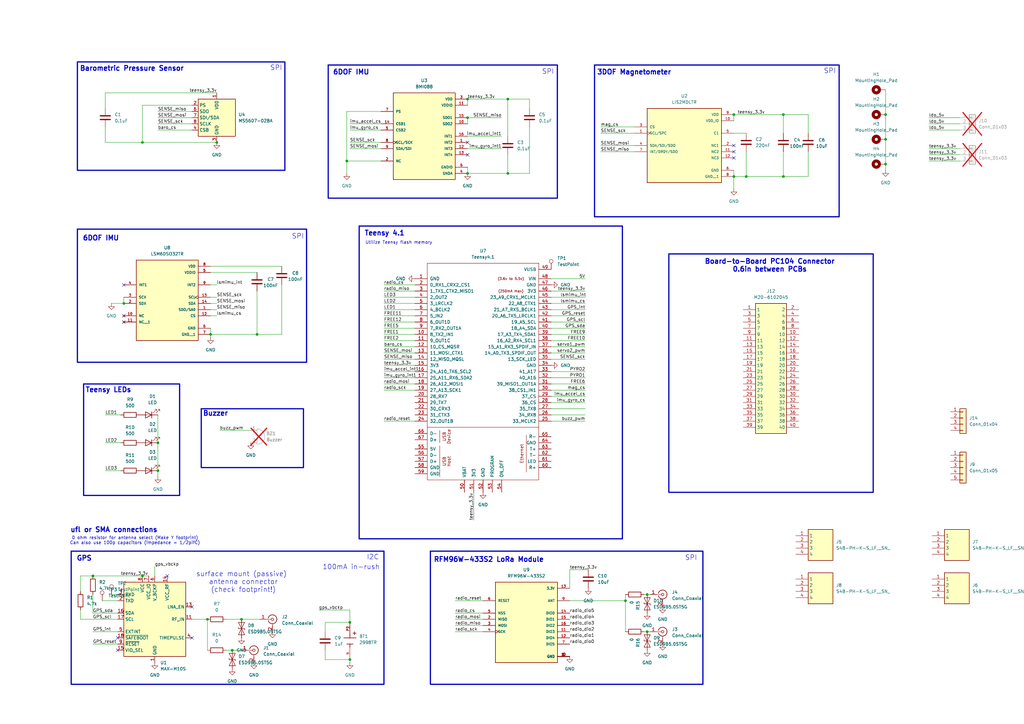
<source format=kicad_sch>
(kicad_sch (version 20250114) (generator "eeschema") (generator_version "9.0")
  (paper "A3")
  (rectangle (start 147.32 92.71) (end 255.27 220.98) (stroke (width 0.5)))
  (rectangle (start 433.07 71.12) (end 577.85 254) (stroke (width 0.5)))
  (rectangle (start 134.62 26.67) (end 228.6 81.28) (stroke (width 0.5)))
  (rectangle (start 34.29 157.48) (end 73.66 203.2) (stroke (width 0.5)))
  (rectangle (start 176.53 226.06) (end 288.29 280.67) (stroke (width 0.5)))
  (rectangle (start 31.75 93.98) (end 125.73 148.59) (stroke (width 0.5)))
  (rectangle (start 483.87 199.39) (end 575.31 243.84) (stroke (width 0.5)))
  (rectangle (start 274.32 104.14) (end 358.14 201.93) (stroke (width 0.5)))
  (rectangle (start 82.55 167.64) (end 124.46 191.77) (stroke (width 0.5)))
  (rectangle (start 31.75 25.4) (end 116.84 69.85) (stroke (width 0.5)))
  (rectangle (start 243.84 26.67) (end 344.17 88.9) (stroke (width 0.5)))
  (rectangle (start 535.94 146.05) (end 575.31 191.77) (stroke (width 0.5)))
  (rectangle (start 29.21 226.06) (end 157.48 280.67) (stroke (width 0.5)))
  (text "Board-to-Board PC104 Connector\n0.6in between PCBs" (at 315.722 108.966 0) (effects (font (size 2 2) (thickness 0.4) (bold yes))))
  (text "SPI" (at 340.36 29.21 0) (effects (font (size 2 2))))
  (text "SPI" (at 283.464 228.854 0) (effects (font (size 2 2))))
  (text "ESP32 LEDs" (at 546.1 148.59 0) (effects (font (size 2 2) (thickness 0.4) (bold yes))))
  (text "SPI" (at 122.174 97.028 0) (effects (font (size 2 2))))
  (text "Breakout Connector" (at 499.872 206.756 0) (effects (font (size 2 2) (thickness 0.4) (bold yes))))
  (text "I2C" (at 152.908 228.6 0) (effects (font (size 2 2))))
  (text "6DOF IMU" (at 144.018 29.718 0) (effects (font (size 2 2) (thickness 0.4) (bold yes))))
  (text "Adafruit SPI Flash SD Card - XTSD 4 GB" (at 516.89 202.946 0) (effects (font (size 2 2) (thickness 0.4) (bold yes))))
  (text "3DOF Magnetometer\n" (at 260.096 29.718 0) (effects (font (size 2 2) (thickness 0.4) (bold yes))))
  (text "surface mount (passive) \nantenna connector\n(check footprint!)\n" (at 99.822 238.76 0) (effects (font (size 2 2))))
  (text "Barometric Pressure Sensor\n" (at 54.102 28.194 0) (effects (font (size 2 2) (thickness 0.4) (bold yes))))
  (text "RFM96W-433S2 LoRa Module" (at 177.8 229.616 0) (effects (font (size 2 2) (thickness 0.4) (bold yes)) (justify left)))
  (text "GPS" (at 34.544 229.108 0) (effects (font (size 2 2) (thickness 0.4) (bold yes))))
  (text "100mA in-rush" (at 144.018 232.664 0) (effects (font (size 2 2))))
  (text "ESP32 [EXCLUDED FROM BOARD]" (at 459.74 74.422 0) (effects (font (size 2 2) (thickness 0.4) (bold yes))))
  (text "SPI" (at 224.79 29.464 0) (effects (font (size 2 2))))
  (text "6DOF IMU" (at 41.402 97.79 0) (effects (font (size 2 2) (thickness 0.4) (bold yes))))
  (text "SPI" (at 113.284 27.94 0) (effects (font (size 2 2))))
  (text "Teensy 4.1" (at 157.734 95.758 0) (effects (font (size 2 2) (thickness 0.4) (bold yes))))
  (text "Buzzer" (at 88.392 169.672 0) (effects (font (size 2 2) (thickness 0.4) (bold yes))))
  (text "Utilize Teensy flash memory" (at 163.576 99.568 0) (effects (font (size 1.27 1.27))))
  (text "ufl or SMA connections" (at 46.736 217.424 0) (effects (font (size 2 2) (thickness 0.4) (bold yes))))
  (text "0 ohm resistor for antenna select (Make Y footprint)\nCan also use 100p capacitors (impedance = 1/2pifC)" (at 55.372 221.742 0) (effects (font (size 1.27 1.27) (thickness 0.1588))))
  (text "Teensy LEDs" (at 44.45 160.02 0) (effects (font (size 2 2) (thickness 0.4) (bold yes))))
  (junction (at 191.77 48.26))
  (junction (at 143.51 270.51))
  (junction (at 105.41 137.16))
  (junction (at 265.43 259.08))
  (junction (at 85.09 254))
  (junction (at 566.42 170.18))
  (junction (at 191.77 40.64))
  (junction (at 58.42 236.22))
  (junction (at 38.1 236.22))
  (junction (at 50.8 124.46))
  (junction (at 95.25 266.7))
  (junction (at 306.07 72.39))
  (junction (at 321.31 72.39))
  (junction (at 321.31 46.99))
  (junction (at 208.28 71.12))
  (junction (at 191.77 71.12))
  (junction (at 142.24 66.04))
  (junction (at 363.22 67.31))
  (junction (at 64.77 193.04))
  (junction (at 363.22 46.99))
  (junction (at 99.06 254))
  (junction (at 208.28 40.64))
  (junction (at 265.43 243.84))
  (junction (at 256.54 246.38))
  (junction (at 300.99 46.99))
  (junction (at 143.51 255.27))
  (junction (at 64.77 181.61))
  (junction (at 363.22 57.15))
  (junction (at 300.99 72.39))
  (junction (at 566.42 181.61))
  (junction (at 88.9 58.42))
  (junction (at 58.42 58.42))
  (junction (at 86.36 137.16))
  (no_connect (at 50.8 116.84))
  (no_connect (at 191.77 63.5))
  (no_connect (at 48.26 261.62))
  (no_connect (at 50.8 132.08))
  (no_connect (at 78.74 261.62))
  (no_connect (at 191.77 58.42))
  (no_connect (at 68.58 236.22))
  (no_connect (at 300.99 64.77))
  (no_connect (at 78.74 248.92))
  (no_connect (at 300.99 62.23))
  (no_connect (at 48.26 266.7))
  (no_connect (at 50.8 129.54))
  (no_connect (at 300.99 59.69))
  (wire (pts (xy 321.31 46.99) (xy 300.99 46.99)))
  (wire (pts (xy 547.37 226.06) (xy 562.61 226.06)))
  (wire (pts (xy 157.48 142.24) (xy 170.18 142.24)))
  (wire (pts (xy 191.77 48.26) (xy 191.77 50.8)))
  (wire (pts (xy 381 60.96) (xy 393.7 60.96)))
  (wire (pts (xy 105.41 137.16) (xy 86.36 137.16)))
  (wire (pts (xy 226.06 121.92) (xy 240.03 121.92)))
  (wire (pts (xy 64.77 50.8) (xy 78.74 50.8)))
  (wire (pts (xy 157.48 132.08) (xy 170.18 132.08)))
  (wire (pts (xy 544.83 181.61) (xy 551.18 181.61)))
  (wire (pts (xy 226.06 139.7) (xy 240.03 139.7)))
  (wire (pts (xy 157.48 134.62) (xy 170.18 134.62)))
  (wire (pts (xy 90.17 176.53) (xy 102.87 176.53)))
  (wire (pts (xy 194.31 201.93) (xy 194.31 213.36)))
  (wire (pts (xy 99.06 254) (xy 106.68 254)))
  (wire (pts (xy 240.03 162.56) (xy 226.06 162.56)))
  (wire (pts (xy 381 48.26) (xy 393.7 48.26)))
  (wire (pts (xy 226.06 142.24) (xy 240.03 142.24)))
  (wire (pts (xy 41.91 246.38) (xy 48.26 246.38)))
  (wire (pts (xy 544.83 158.75) (xy 551.18 158.75)))
  (wire (pts (xy 486.41 226.06) (xy 504.19 226.06)))
  (wire (pts (xy 501.65 138.43) (xy 496.57 138.43)))
  (wire (pts (xy 143.51 271.78) (xy 143.51 270.51)))
  (wire (pts (xy 143.51 60.96) (xy 156.21 60.96)))
  (wire (pts (xy 191.77 68.58) (xy 191.77 71.12)))
  (wire (pts (xy 38.1 264.16) (xy 48.26 264.16)))
  (wire (pts (xy 226.06 152.4) (xy 240.03 152.4)))
  (wire (pts (xy 501.65 123.19) (xy 496.57 123.19)))
  (wire (pts (xy 58.42 236.22) (xy 60.96 236.22)))
  (wire (pts (xy 58.42 43.18) (xy 58.42 58.42)))
  (wire (pts (xy 143.51 250.19) (xy 143.51 255.27)))
  (wire (pts (xy 453.39 138.43) (xy 466.09 138.43)))
  (wire (pts (xy 86.36 109.22) (xy 115.57 109.22)))
  (wire (pts (xy 157.48 129.54) (xy 170.18 129.54)))
  (wire (pts (xy 265.43 259.08) (xy 264.16 259.08)))
  (wire (pts (xy 33.02 254) (xy 48.26 254)))
  (wire (pts (xy 226.06 137.16) (xy 240.03 137.16)))
  (wire (pts (xy 43.18 58.42) (xy 58.42 58.42)))
  (wire (pts (xy 266.7 259.08) (xy 265.43 259.08)))
  (wire (pts (xy 186.69 251.46) (xy 198.12 251.46)))
  (wire (pts (xy 86.36 138.43) (xy 86.36 137.16)))
  (wire (pts (xy 43.18 38.1) (xy 88.9 38.1)))
  (wire (pts (xy 38.1 243.84) (xy 38.1 251.46)))
  (wire (pts (xy 43.18 170.18) (xy 49.53 170.18)))
  (wire (pts (xy 33.02 242.57) (xy 33.02 236.22)))
  (wire (pts (xy 191.77 40.64) (xy 208.28 40.64)))
  (wire (pts (xy 246.38 52.07) (xy 260.35 52.07)))
  (wire (pts (xy 133.35 266.7) (xy 133.35 270.51)))
  (wire (pts (xy 453.39 135.89) (xy 466.09 135.89)))
  (wire (pts (xy 186.69 254) (xy 198.12 254)))
  (wire (pts (xy 142.24 71.12) (xy 142.24 66.04)))
  (wire (pts (xy 205.74 48.26) (xy 191.77 48.26)))
  (wire (pts (xy 38.1 251.46) (xy 48.26 251.46)))
  (wire (pts (xy 133.35 255.27) (xy 133.35 259.08)))
  (wire (pts (xy 43.18 58.42) (xy 43.18 52.07)))
  (wire (pts (xy 306.07 62.23) (xy 306.07 72.39)))
  (wire (pts (xy 226.06 134.62) (xy 240.03 134.62)))
  (wire (pts (xy 85.09 266.7) (xy 85.09 254)))
  (wire (pts (xy 256.54 246.38) (xy 256.54 259.08)))
  (wire (pts (xy 130.81 250.19) (xy 143.51 250.19)))
  (wire (pts (xy 246.38 54.61) (xy 260.35 54.61)))
  (wire (pts (xy 501.65 140.97) (xy 496.57 140.97)))
  (wire (pts (xy 246.38 62.23) (xy 260.35 62.23)))
  (wire (pts (xy 256.54 243.84) (xy 256.54 246.38)))
  (wire (pts (xy 92.71 254) (xy 99.06 254)))
  (wire (pts (xy 381 50.8) (xy 393.7 50.8)))
  (wire (pts (xy 142.24 66.04) (xy 156.21 66.04)))
  (wire (pts (xy 157.48 172.72) (xy 170.18 172.72)))
  (wire (pts (xy 33.02 236.22) (xy 38.1 236.22)))
  (wire (pts (xy 226.06 129.54) (xy 240.03 129.54)))
  (wire (pts (xy 45.72 243.84) (xy 48.26 243.84)))
  (wire (pts (xy 143.51 58.42) (xy 156.21 58.42)))
  (wire (pts (xy 486.41 222.25) (xy 497.84 222.25)))
  (wire (pts (xy 381 53.34) (xy 393.7 53.34)))
  (wire (pts (xy 453.39 133.35) (xy 466.09 133.35)))
  (wire (pts (xy 208.28 40.64) (xy 208.28 55.88)))
  (wire (pts (xy 157.48 127) (xy 170.18 127)))
  (wire (pts (xy 86.36 127) (xy 88.9 127)))
  (wire (pts (xy 43.18 181.61) (xy 49.53 181.61)))
  (wire (pts (xy 143.51 50.8) (xy 156.21 50.8)))
  (wire (pts (xy 217.17 71.12) (xy 208.28 71.12)))
  (wire (pts (xy 43.18 38.1) (xy 43.18 44.45)))
  (wire (pts (xy 142.24 45.72) (xy 142.24 66.04)))
  (wire (pts (xy 157.48 137.16) (xy 170.18 137.16)))
  (wire (pts (xy 217.17 40.64) (xy 217.17 44.45)))
  (wire (pts (xy 86.36 116.84) (xy 88.9 116.84)))
  (wire (pts (xy 86.36 134.62) (xy 86.36 137.16)))
  (wire (pts (xy 157.48 157.48) (xy 170.18 157.48)))
  (wire (pts (xy 505.46 222.25) (xy 524.51 222.25)))
  (wire (pts (xy 157.48 116.84) (xy 170.18 116.84)))
  (wire (pts (xy 38.1 259.08) (xy 48.26 259.08)))
  (wire (pts (xy 306.07 72.39) (xy 300.99 72.39)))
  (wire (pts (xy 486.41 229.87) (xy 510.54 229.87)))
  (wire (pts (xy 50.8 121.92) (xy 50.8 124.46)))
  (wire (pts (xy 226.06 124.46) (xy 240.03 124.46)))
  (wire (pts (xy 226.06 157.48) (xy 240.03 157.48)))
  (wire (pts (xy 157.48 154.94) (xy 170.18 154.94)))
  (wire (pts (xy 300.99 54.61) (xy 306.07 54.61)))
  (wire (pts (xy 157.48 139.7) (xy 170.18 139.7)))
  (wire (pts (xy 86.36 111.76) (xy 105.41 111.76)))
  (wire (pts (xy 363.22 57.15) (xy 363.22 67.31)))
  (wire (pts (xy 501.65 128.27) (xy 496.57 128.27)))
  (wire (pts (xy 226.06 119.38) (xy 240.03 119.38)))
  (wire (pts (xy 547.37 218.44) (xy 562.61 218.44)))
  (wire (pts (xy 226.06 132.08) (xy 240.03 132.08)))
  (wire (pts (xy 105.41 119.38) (xy 105.41 137.16)))
  (wire (pts (xy 300.99 46.99) (xy 300.99 49.53)))
  (wire (pts (xy 133.35 270.51) (xy 143.51 270.51)))
  (wire (pts (xy 566.42 170.18) (xy 566.42 181.61)))
  (wire (pts (xy 92.71 266.7) (xy 95.25 266.7)))
  (wire (pts (xy 233.68 233.68) (xy 241.3 233.68)))
  (wire (pts (xy 381 66.04) (xy 393.7 66.04)))
  (wire (pts (xy 566.42 158.75) (xy 566.42 170.18)))
  (wire (pts (xy 86.36 124.46) (xy 88.9 124.46)))
  (wire (pts (xy 300.99 72.39) (xy 300.99 77.47)))
  (wire (pts (xy 58.42 58.42) (xy 88.9 58.42)))
  (wire (pts (xy 86.36 129.54) (xy 88.9 129.54)))
  (wire (pts (xy 331.47 46.99) (xy 321.31 46.99)))
  (wire (pts (xy 63.5 232.41) (xy 63.5 236.22)))
  (wire (pts (xy 157.48 152.4) (xy 170.18 152.4)))
  (wire (pts (xy 208.28 71.12) (xy 191.77 71.12)))
  (wire (pts (xy 363.22 69.85) (xy 363.22 67.31)))
  (wire (pts (xy 511.81 226.06) (xy 524.51 226.06)))
  (wire (pts (xy 363.22 46.99) (xy 363.22 57.15)))
  (wire (pts (xy 205.74 55.88) (xy 191.77 55.88)))
  (wire (pts (xy 226.06 172.72) (xy 240.03 172.72)))
  (wire (pts (xy 453.39 140.97) (xy 466.09 140.97)))
  (wire (pts (xy 64.77 181.61) (xy 64.77 193.04)))
  (wire (pts (xy 226.06 114.3) (xy 240.03 114.3)))
  (wire (pts (xy 157.48 144.78) (xy 170.18 144.78)))
  (wire (pts (xy 547.37 223.52) (xy 562.61 223.52)))
  (wire (pts (xy 226.06 127) (xy 240.03 127)))
  (wire (pts (xy 363.22 36.83) (xy 363.22 46.99)))
  (wire (pts (xy 266.7 243.84) (xy 265.43 243.84)))
  (wire (pts (xy 157.48 124.46) (xy 170.18 124.46)))
  (wire (pts (xy 208.28 40.64) (xy 217.17 40.64)))
  (wire (pts (xy 157.48 147.32) (xy 170.18 147.32)))
  (wire (pts (xy 156.21 45.72) (xy 142.24 45.72)))
  (wire (pts (xy 233.68 233.68) (xy 233.68 241.3)))
  (wire (pts (xy 38.1 236.22) (xy 58.42 236.22)))
  (wire (pts (xy 501.65 133.35) (xy 496.57 133.35)))
  (wire (pts (xy 321.31 72.39) (xy 331.47 72.39)))
  (wire (pts (xy 501.65 135.89) (xy 496.57 135.89)))
  (wire (pts (xy 205.74 60.96) (xy 191.77 60.96)))
  (wire (pts (xy 64.77 48.26) (xy 78.74 48.26)))
  (wire (pts (xy 321.31 62.23) (xy 321.31 72.39)))
  (wire (pts (xy 186.69 246.38) (xy 198.12 246.38)))
  (wire (pts (xy 306.07 72.39) (xy 321.31 72.39)))
  (wire (pts (xy 157.48 149.86) (xy 170.18 149.86)))
  (wire (pts (xy 486.41 233.68) (xy 516.89 233.68)))
  (wire (pts (xy 226.06 170.18) (xy 240.03 170.18)))
  (wire (pts (xy 133.35 255.27) (xy 143.51 255.27)))
  (wire (pts (xy 191.77 40.64) (xy 191.77 43.18)))
  (wire (pts (xy 157.48 119.38) (xy 170.18 119.38)))
  (wire (pts (xy 45.72 124.46) (xy 50.8 124.46)))
  (wire (pts (xy 86.36 121.92) (xy 88.9 121.92)))
  (wire (pts (xy 381 63.5) (xy 393.7 63.5)))
  (wire (pts (xy 331.47 62.23) (xy 331.47 72.39)))
  (wire (pts (xy 226.06 154.94) (xy 240.03 154.94)))
  (wire (pts (xy 321.31 46.99) (xy 321.31 54.61)))
  (wire (pts (xy 544.83 170.18) (xy 551.18 170.18)))
  (wire (pts (xy 64.77 53.34) (xy 78.74 53.34)))
  (wire (pts (xy 501.65 120.65) (xy 496.57 120.65)))
  (wire (pts (xy 547.37 220.98) (xy 562.61 220.98)))
  (wire (pts (xy 186.69 259.08) (xy 198.12 259.08)))
  (wire (pts (xy 64.77 45.72) (xy 78.74 45.72)))
  (wire (pts (xy 265.43 243.84) (xy 264.16 243.84)))
  (wire (pts (xy 501.65 130.81) (xy 496.57 130.81)))
  (wire (pts (xy 186.69 256.54) (xy 198.12 256.54)))
  (wire (pts (xy 542.29 228.6) (xy 562.61 228.6)))
  (wire (pts (xy 217.17 52.07) (xy 217.17 71.12)))
  (wire (pts (xy 157.48 160.02) (xy 170.18 160.02)))
  (wire (pts (xy 501.65 125.73) (xy 496.57 125.73)))
  (wire (pts (xy 33.02 250.19) (xy 33.02 254)))
  (wire (pts (xy 78.74 43.18) (xy 58.42 43.18)))
  (wire (pts (xy 157.48 121.92) (xy 170.18 121.92)))
  (wire (pts (xy 246.38 59.69) (xy 260.35 59.69)))
  (wire (pts (xy 64.77 193.04) (xy 64.77 195.58)))
  (wire (pts (xy 240.03 165.1) (xy 226.06 165.1)))
  (wire (pts (xy 95.25 266.7) (xy 99.06 266.7)))
  (wire (pts (xy 143.51 53.34) (xy 156.21 53.34)))
  (wire (pts (xy 518.16 229.87) (xy 524.51 229.87)))
  (wire (pts (xy 233.68 246.38) (xy 256.54 246.38)))
  (wire (pts (xy 300.99 69.85) (xy 300.99 72.39)))
  (wire (pts (xy 240.03 147.32) (xy 226.06 147.32)))
  (wire (pts (xy 115.57 137.16) (xy 105.41 137.16)))
  (wire (pts (xy 208.28 63.5) (xy 208.28 71.12)))
  (wire (pts (xy 226.06 160.02) (xy 240.03 160.02)))
  (wire (pts (xy 43.18 193.04) (xy 49.53 193.04)))
  (wire (pts (xy 566.42 181.61) (xy 566.42 184.15)))
  (wire (pts (xy 226.06 144.78) (xy 240.03 144.78)))
  (wire (pts (xy 547.37 231.14) (xy 562.61 231.14)))
  (wire (pts (xy 64.77 170.18) (xy 64.77 181.61)))
  (wire (pts (xy 226.06 167.64) (xy 240.03 167.64)))
  (wire (pts (xy 78.74 254) (xy 85.09 254)))
  (wire (pts (xy 331.47 46.99) (xy 331.47 54.61)))
  (wire (pts (xy 115.57 116.84) (xy 115.57 137.16)))
  (label "gps_vbckp" (at 130.81 250.19 0))
  (label "SENSE_mosi" (at 246.38 59.69 0))
  (label "sd_cs" (at 453.39 133.35 0))
  (label "radio_dio0" (at 233.68 264.16 0))
  (label "imu_accel_cs" (at 240.03 162.56 180))
  (label "GPS_int" (at 240.03 127 180))
  (label "SENSE_miso" (at 88.9 127 0))
  (label "radio_cs" (at 501.65 130.81 0))
  (label "FREE10" (at 240.03 139.7 180))
  (label "sd_miso" (at 547.37 223.52 0))
  (label "teensy_3.3v" (at 313.69 46.99 180))
  (label "imu_accel_cs" (at 143.51 50.8 0))
  (label "LED1" (at 157.48 127 0))
  (label "mag_cs" (at 246.38 52.07 0))
  (label "ldo_5v" (at 381 50.8 0))
  (label "GPS_sda" (at 38.1 251.46 0))
  (label "gps_vbckp" (at 63.5 232.41 0))
  (label "teensy_3.3v" (at 157.48 149.86 0))
  (label "radio_mosi" (at 501.65 125.73 0))
  (label "LED4" (at 544.83 158.75 0))
  (label "imu_accel_int1" (at 157.48 152.4 0))
  (label "sd_cs" (at 524.51 222.25 0))
  (label "radio_miso" (at 501.65 123.19 0))
  (label "LED2" (at 43.18 181.61 0))
  (label "radio_dio3" (at 233.68 256.54 0))
  (label "SENSE_miso" (at 205.74 48.26 180))
  (label "GPS_reset" (at 240.03 129.54 180))
  (label "SENSE_mosi" (at 88.9 124.46 0))
  (label "radio_dio1" (at 233.68 261.62 0))
  (label "SENSE_sck" (at 240.03 147.32 180))
  (label "sd_sck" (at 547.37 226.06 0))
  (label "imu_gyro_int1" (at 205.74 60.96 180))
  (label "GPS_scl" (at 38.1 254 0))
  (label "sd_mosi" (at 453.39 135.89 0))
  (label "5V" (at 240.03 114.3 180))
  (label "radio_reset" (at 501.65 120.65 0))
  (label "LED1" (at 43.18 170.18 0))
  (label "LED2" (at 157.48 124.46 0))
  (label "radio_cs" (at 486.41 222.25 0))
  (label "sd_mosi" (at 524.51 226.06 0))
  (label "ldo_5v" (at 381 53.34 0))
  (label "SENSE_miso" (at 246.38 62.23 0))
  (label "FREE9" (at 240.03 137.16 180))
  (label "teensy_3.3v" (at 49.53 236.22 0))
  (label "radio_cs" (at 157.48 116.84 0))
  (label "SENSE_sck" (at 143.51 58.42 0))
  (label "teensy_3.3v" (at 88.9 38.1 180))
  (label "sd_mosi" (at 547.37 220.98 0))
  (label "radio_reset" (at 157.48 172.72 0))
  (label "FREE12" (at 157.48 132.08 0))
  (label "SENSE_sck" (at 64.77 50.8 0))
  (label "teensy_3.3v" (at 240.03 119.38 180))
  (label "radio_sck" (at 501.65 128.27 0))
  (label "teensy_3.3v" (at 381 66.04 0))
  (label "lsmimu_int" (at 229.87 121.92 0))
  (label "teensy_3.3v" (at 233.68 233.68 0))
  (label "radio_cs" (at 186.69 251.46 0))
  (label "SENSE_mosi" (at 143.51 60.96 0))
  (label "sd_sck" (at 524.51 233.68 0))
  (label "LED3" (at 43.18 193.04 0))
  (label "LED3" (at 157.48 121.92 0))
  (label "imu_gyro_int1" (at 157.48 154.94 0))
  (label "FREE1" (at 157.48 137.16 0))
  (label "lsmimu_cs" (at 88.9 129.54 0))
  (label "teensy_3.3v" (at 194.31 213.36 90))
  (label "lsmimu_int" (at 88.9 116.84 0))
  (label "PYRO2" (at 240.03 152.4 180))
  (label "SENSE_mosi" (at 157.48 144.78 0))
  (label "sd_miso" (at 453.39 138.43 0))
  (label "GPS_sda" (at 240.03 134.62 180))
  (label "radio_reset" (at 186.69 246.38 0))
  (label "radio_miso" (at 157.48 119.38 0))
  (label "buzz_pwm" (at 90.17 176.53 0))
  (label "radio_mosi" (at 186.69 254 0))
  (label "SENSE_sck" (at 88.9 121.92 0))
  (label "radio_dio5" (at 233.68 251.46 0))
  (label "radio_dio5" (at 501.65 140.97 0))
  (label "baro_cs" (at 64.77 53.34 0))
  (label "radio_miso" (at 486.41 229.87 0))
  (label "lsmimu_cs" (at 229.87 124.46 0))
  (label "GPS_reset" (at 38.1 264.16 0))
  (label "ldo_5v" (at 381 48.26 0))
  (label "radio_sck" (at 186.69 259.08 0))
  (label "PYRO1" (at 240.03 154.94 180))
  (label "LED5" (at 544.83 170.18 0))
  (label "teensy_3.3v" (at 381 63.5 0))
  (label "SENSE_sck" (at 246.38 54.61 0))
  (label "teensy_3.3v" (at 381 60.96 0))
  (label "FREE6" (at 240.03 157.48 180))
  (label "SENSE_mosi" (at 64.77 48.26 0))
  (label "radio_mosi" (at 486.41 226.06 0))
  (label "radio_dio4" (at 233.68 254 0))
  (label "FREE11" (at 157.48 129.54 0))
  (label "servo1_pwm" (at 240.03 142.24 180))
  (label "radio_dio2" (at 233.68 259.08 0))
  (label "LED6" (at 544.83 181.61 0))
  (label "sd_miso" (at 524.51 229.87 0))
  (label "FREE2" (at 157.48 139.7 0))
  (label "radio_dio2" (at 501.65 138.43 0))
  (label "teensy_3.3v" (at 547.37 231.14 0))
  (label "GPS_scl" (at 240.03 132.08 180))
  (label "sd_cs" (at 547.37 218.44 0))
  (label "sd_sck" (at 453.39 140.97 0))
  (label "radio_dio1" (at 501.65 135.89 0))
  (label "servo2_pwm" (at 240.03 144.78 180))
  (label "radio_miso" (at 186.69 256.54 0))
  (label "radio_sck" (at 486.41 233.68 0))
  (label "imu_gyro_cs" (at 143.51 53.34 0))
  (label "radio_dio0" (at 501.65 133.35 0))
  (label "baro_cs" (at 157.48 142.24 0))
  (label "buzz_pwm" (at 240.03 172.72 180))
  (label "FREE5" (at 157.48 134.62 0))
  (label "GPS_int" (at 38.1 259.08 0))
  (label "mag_cs" (at 240.03 160.02 180))
  (label "SENSE_miso" (at 157.48 147.32 0))
  (label "imu_accel_int1" (at 205.74 55.88 180))
  (label "teensy_3.3v" (at 191.77 40.64 0))
  (label "imu_gyro_cs" (at 240.03 165.1 180))
  (label "radio_mosi" (at 157.48 157.48 0))
  (label "radio_sck" (at 157.48 160.02 0))
  (label "SENSE_miso" (at 64.77 45.72 0))
  (symbol (lib_id "Device:C") (at 133.35 262.89 0) (unit 1)
    (property "Reference" "C9" (at 137.16 261.6199 0) (effects (justify left)))
    (property "Value" "1uF" (at 137.16 264.1599 0) (effects (justify left)))
    (property "Footprint" "Capacitor_SMD:C_0603_1608Metric_Pad1.08x0.95mm_HandSolder" (effects (hide yes)))
    (property "Description" "Unpolarized capacitor" (effects (hide yes)))
  )
  (symbol (lib_id "Device:R") (at 88.9 266.7 270) (unit 1)
    (property "Reference" "R14" (at 88.9 260.35 90))
    (property "Value" "0" (at 88.9 262.89 90))
    (property "Footprint" "Resistor_SMD:R_0603_1608Metric_Pad0.98x0.95mm_HandSolder" (effects (hide yes)))
    (property "Description" "Resistor" (effects (hide yes)))
  )
  (symbol (lib_id "HPRsymbols:LSM6DSO32TR") (at 68.58 121.92 0) (unit 1)
    (property "Reference" "U8" (at 68.58 101.6 0))
    (property "Value" "LSM6DSO32TR" (at 68.58 104.14 0))
    (property "Footprint" "HPRfootprints:XDCR_LSM6DSO32TR" (effects (hide yes)))
    (property "PARTREV" "1" (effects (hide yes)))
    (property "STANDARD" "Manufacturer Recommendations" (effects (hide yes)))
    (property "MAXIMUM_PACKAGE_HEIGHT" "0.86mm" (effects (hide yes)))
    (property "MANUFACTURER" "STMicroelectronics" (effects (hide yes)))
  )
  (symbol (lib_id "Device:LED") (at 562.61 170.18 180) (unit 1) (on_board no)
    (property "Reference" "D5" (at 564.1975 162.56 0))
    (property "Value" "LED" (at 564.1975 165.1 0))
    (property "Footprint" "LED_SMD:LED_0603_1608Metric_Pad1.05x0.95mm_HandSolder" (effects (hide yes)))
    (property "Description" "Light emitting diode" (effects (hide yes)))
  )
  (symbol (lib_id "HPRsymbols:Teensy4.1") (at 198.12 168.91 0) (unit 1)
    (property "Reference" "U7" (at 198.12 102.87 0))
    (property "Value" "Teensy4.1" (at 198.12 105.41 0))
    (property "Footprint" "HPRfootprints:Teensy41" (effects (hide yes)))
  )
  (symbol (lib_id "power:GND") (at 191.77 71.12 0) (unit 1)
    (property "Reference" "#PWR04" (effects (hide yes)))
    (property "Value" "GND" (at 191.77 76.2 0))
    (property "Description" "Power symbol creates a global label with name \"GND\" , ground" (effects (hide yes)))
  )
  (symbol (lib_id "Device:R") (at 260.35 243.84 270) (unit 1)
    (property "Reference" "R15" (at 261.6201 246.38 0) (effects (justify left)))
    (property "Value" "0" (at 259.0801 246.38 0) (effects (justify left)))
    (property "Footprint" "Resistor_SMD:R_0603_1608Metric_Pad0.98x0.95mm_HandSolder" (effects (hide yes)))
    (property "Description" "Resistor" (effects (hide yes)))
  )
  (symbol (lib_id "Device:C") (at 115.57 113.03 0) (unit 1)
    (property "Reference" "C8" (at 121.158 112.014 0))
    (property "Value" "100nF" (at 121.158 114.554 0))
    (property "Footprint" "Capacitor_SMD:C_0402_1005Metric_Pad0.74x0.62mm_HandSolder" (effects (hide yes)))
    (property "Description" "Unpolarized capacitor, ceramic" (effects (hide yes)))
  )
  (symbol (lib_id "power:GND") (at 566.42 184.15 0) (unit 1) (on_board no)
    (property "Reference" "#PWR019" (effects (hide yes)))
    (property "Value" "GND" (at 566.42 189.23 0))
    (property "Description" "Power symbol creates a global label with name \"GND\" , ground" (effects (hide yes)))
  )
  (symbol (lib_id "Mechanical:MountingHole_Pad") (at 360.68 36.83 90) (unit 1) (exclude_from_sim yes) (in_bom no)
    (property "Reference" "H1" (at 359.41 30.48 90))
    (property "Value" "MountingHole_Pad" (at 359.41 33.02 90))
    (property "Footprint" "MountingHole:MountingHole_2.2mm_M2_DIN965_Pad" (effects (hide yes)))
    (property "Description" "Mounting Hole with connection" (effects (hide yes)))
  )
  (symbol (lib_id "Device:LED") (at 60.96 193.04 180) (unit 1)
    (property "Reference" "D3" (at 62.5475 185.42 0))
    (property "Value" "LED" (at 62.5475 187.96 0))
    (property "Footprint" "LED_SMD:LED_0603_1608Metric_Pad1.05x0.95mm_HandSolder" (effects (hide yes)))
    (property "Description" "Light emitting diode" (effects (hide yes)))
  )
  (symbol (lib_id "HPRsymbols:RFM96W-433S2") (at 215.9 254 0) (unit 1)
    (property "Reference" "U9" (at 215.9 233.68 0))
    (property "Value" "RFM96W-433S2" (at 215.9 236.22 0))
    (property "Footprint" "HPRfootprints:MODULE_RFM96W-433S2" (effects (hide yes)))
    (property "MF" "Hope Microelectronics" (effects (hide yes)))
    (property "MAXIMUM_PACKAGE_HEIGHT" "1.8mm" (effects (hide yes)))
    (property "Package" "None" (effects (hide yes)))
    (property "Price" "None" (effects (hide yes)))
    (property "Check_prices" "https://www.snapeda.com/parts/RFM96W-433S2/HOPE+Microelectronics/view-part/?ref=eda" (effects (hide yes)))
    (property "STANDARD" "Manufacturer Recommendations" (effects (hide yes)))
    (property "PARTREV" "2.0" (effects (hide yes)))
    (property "SnapEDA_Link" "https://www.snapeda.com/parts/RFM96W-433S2/HOPE+Microelectronics/view-part/?ref=snap" (effects (hide yes)))
    (property "MP" "RFM96W-433S2" (effects (hide yes)))
    (property "Description_1" "\n                        \n                            Module: RF; FM transceiver; FSK, GFSK, GMSK, LoRa, MSK, OOK; GPIO, SPI\n                        \n" (effects (hide yes)))
    (property "Availability" "Not in stock" (effects (hide yes)))
    (property "MANUFACTURER" "Hope Microelectronics" (effects (hide yes)))
  )
  (symbol (lib_id "power:GND") (at 102.87 181.61 0) (unit 1)
    (property "Reference" "#PWR027" (effects (hide yes)))
    (property "Value" "GND" (at 102.87 186.69 0))
    (property "Description" "Power symbol creates a global label with name \"GND\" , ground" (effects (hide yes)))
  )
  (symbol (lib_id "Device:LED") (at 60.96 170.18 180) (unit 1)
    (property "Reference" "D1" (at 62.5475 162.56 0))
    (property "Value" "LED" (at 62.5475 165.1 0))
    (property "Footprint" "LED_SMD:LED_0603_1608Metric_Pad1.05x0.95mm_HandSolder" (effects (hide yes)))
    (property "Description" "Light emitting diode" (effects (hide yes)))
  )
  (symbol (lib_id "power:GND") (at 265.43 251.46 0) (unit 1)
    (property "Reference" "#PWR023" (effects (hide yes)))
    (property "Value" "GND" (at 265.43 256.54 0))
    (property "Description" "Power symbol creates a global label with name \"GND\" , ground" (effects (hide yes)))
  )
  (symbol (lib_id "power:GND") (at 95.25 274.32 0) (unit 1)
    (property "Reference" "#PWR020" (effects (hide yes)))
    (property "Value" "GND" (at 95.25 279.4 0))
    (property "Description" "Power symbol creates a global label with name \"GND\" , ground" (effects (hide yes)))
  )
  (symbol (lib_id "Connector_Generic:Conn_01x07") (at 567.69 226.06 0) (unit 1) (on_board no) (dnp yes)
    (property "Reference" "J13" (at 570.23 224.7899 0) (effects (justify left)))
    (property "Value" "Conn_01x07" (at 570.23 227.3299 0) (effects (justify left)))
    (property "Footprint" "Connector_Molex:Molex_SL_171971-0007_1x07_P2.54mm_Vertical" (effects (hide yes)))
    (property "Description" "Generic connector, single row, 01x07, script generated (kicad-library-utils/schlib/autogen/connector/)" (effects (hide yes)))
  )
  (symbol (lib_id "Connector_Generic:Conn_01x05") (at 394.97 191.77 0) (unit 1)
    (property "Reference" "J9" (at 397.51 190.4999 0) (effects (justify left)))
    (property "Value" "Conn_01x05" (at 397.51 193.0399 0) (effects (justify left)))
    (property "Footprint" "Connector_PinHeader_2.54mm:PinHeader_1x05_P2.54mm_Vertical" (effects (hide yes)))
    (property "Description" "Generic connector, single row, 01x05, script generated (kicad-library-utils/schlib/autogen/connector/)" (effects (hide yes)))
  )
  (symbol (lib_id "power:GND") (at 233.68 269.24 0) (unit 1)
    (property "Reference" "#PWR011" (effects (hide yes)))
    (property "Value" "GND" (at 233.68 274.32 0))
    (property "Description" "Power symbol creates a global label with name \"GND\" , ground" (effects (hide yes)))
  )
  (symbol (lib_id "Device:C") (at 331.47 58.42 0) (unit 1)
    (property "Reference" "C6" (at 337.058 57.404 0))
    (property "Value" "10uF" (at 337.058 59.944 0))
    (property "Footprint" "Capacitor_SMD:C_0402_1005Metric_Pad0.74x0.62mm_HandSolder" (effects (hide yes)))
    (property "Description" "Unpolarized capacitor, aluminum" (effects (hide yes)))
  )
  (symbol (lib_id "Connector:Conn_Coaxial") (at 271.78 243.84 0) (unit 1)
    (property "Reference" "J4" (at 275.59 242.8631 0) (effects (justify left)))
    (property "Value" "Conn_Coaxial" (at 275.59 245.4031 0) (effects (justify left)))
    (property "Footprint" "Connector_Coaxial:SMA_Amphenol_132134-10_Vertical" (effects (hide yes)))
    (property "Description" "CONN SMA JACK STR 50 OHM PCB" (effects (hide yes)))
    (property "MPN" "132134" (effects (hide yes)))
    (property "Manufacturer" "Amphenol RF" (effects (hide yes)))
    (property "Package" "THT" (effects (hide yes)))
  )
  (symbol (lib_id "Device:C") (at 217.17 48.26 0) (unit 1)
    (property "Reference" "C5" (at 220.98 46.9899 0) (effects (justify left)))
    (property "Value" "0.1uF" (at 220.98 49.5299 0) (effects (justify left)))
    (property "Footprint" "Capacitor_SMD:C_0402_1005Metric_Pad0.74x0.62mm_HandSolder" (effects (hide yes)))
    (property "Description" "Unpolarized capacitor" (effects (hide yes)))
  )
  (symbol (lib_id "power:GND") (at 88.9 58.42 0) (unit 1)
    (property "Reference" "#PWR03" (effects (hide yes)))
    (property "Value" "GND" (at 88.9 63.5 0))
    (property "Description" "Power symbol creates a global label with name \"GND\" , ground" (effects (hide yes)))
  )
  (symbol (lib_id "Device:C") (at 105.41 115.57 0) (unit 1)
    (property "Reference" "C7" (at 110.998 114.554 0))
    (property "Value" "100nF" (at 110.998 117.094 0))
    (property "Footprint" "Capacitor_SMD:C_0402_1005Metric_Pad0.74x0.62mm_HandSolder" (effects (hide yes)))
    (property "Description" "Unpolarized capacitor, ceramic" (effects (hide yes)))
  )
  (symbol (lib_id "power:GND") (at 271.78 264.16 0) (unit 1)
    (property "Reference" "#PWR013" (effects (hide yes)))
    (property "Value" "GND" (at 271.78 269.24 0))
    (property "Description" "Power symbol creates a global label with name \"GND\" , ground" (effects (hide yes)))
  )
  (symbol (lib_id "HPRsymbols:BMI088") (at 173.99 55.88 0) (unit 1)
    (property "Reference" "U3" (at 173.99 33.02 0))
    (property "Value" "BMI088" (at 173.99 35.56 0))
    (property "Footprint" "HPRfootprints:PQFN50P450X300X100-16N" (effects (hide yes)))
    (property "Description" "Accelerometer, Gyroscope, 6 Axis Sensor I²C, SPI Output" (effects (hide yes)))
    (property "Manufacturer" "Bosch Sensortec" (effects (hide yes)))
    (property "Package" "16-VFLGA Module" (effects (hide yes)))
    (property "MPN" "BMI088" (effects (hide yes)))
  )
  (symbol (lib_id "Device:Buzzer") (at 105.41 179.07 0) (unit 1) (dnp yes)
    (property "Reference" "BZ1" (at 109.22 177.7999 0) (effects (justify left)))
    (property "Value" "Buzzer" (at 109.22 180.3399 0) (effects (justify left)))
    (property "Footprint" "Buzzer_Beeper:MagneticBuzzer_PUI_AT-0927-TT-6-R" (effects (hide yes)))
    (property "Description" "Buzzer, polarized" (effects (hide yes)))
    (property "MPN" "AT-0927-TT-6-R" (effects (hide yes)))
    (property "Package" "THT" (effects (hide yes)))
    (property "Manufacturer" "PUI Audio" (effects (hide yes)))
  )
  (symbol (lib_id "Device:LED") (at 562.61 158.75 180) (unit 1) (on_board no)
    (property "Reference" "D4" (at 564.1975 151.13 0))
    (property "Value" "LED" (at 564.1975 153.67 0))
    (property "Footprint" "LED_SMD:LED_0603_1608Metric_Pad1.05x0.95mm_HandSolder" (effects (hide yes)))
    (property "Description" "Light emitting diode" (effects (hide yes)))
  )
  (symbol (lib_id "power:GND") (at 300.99 77.47 0) (unit 1)
    (property "Reference" "#PWR05" (effects (hide yes)))
    (property "Value" "GND" (at 300.99 82.55 0))
    (property "Description" "Power symbol creates a global label with name \"GND\" , ground" (effects (hide yes)))
  )
  (symbol (lib_id "Connector:Conn_Coaxial") (at 271.78 259.08 0) (unit 1)
    (property "Reference" "J3" (at 275.59 258.1031 0) (effects (justify left)))
    (property "Value" "Conn_Coaxial" (at 275.59 260.6431 0) (effects (justify left)))
    (property "Footprint" "Connector_Coaxial:U.FL_Hirose_U.FL-R-SMT-1_Vertical" (effects (hide yes)))
    (property "Description" "coaxial connector (BNC, SMA, SMB, SMC, Cinch/RCA, LEMO, ...)" (effects (hide yes)))
  )
  (symbol (lib_id "Diode:ESD9B5.0ST5G") (at 99.06 257.81 90) (unit 1)
    (property "Reference" "D8" (at 101.6 256.5399 90) (effects (justify right)))
    (property "Value" "ESD9B5.0ST5G" (at 101.6 259.0799 90) (effects (justify right)))
    (property "Footprint" "Diode_SMD:D_SOD-923" (effects (hide yes)))
    (property "Datasheet" "https://www.onsemi.com/pub/Collateral/ESD9B-D.PDF" (effects (hide yes)))
    (property "Description" "ESD protection diode, 5.0Vrwm, SOD-923" (effects (hide yes)))
  )
  (symbol (lib_id "HPRlibrary:S4B-PH-K-S_LF__SN_") (at 326.39 219.71 0) (unit 1)
    (property "Reference" "J5" (at 342.9 222.2499 0) (effects (justify left)))
    (property "Value" "S4B-PH-K-S_LF__SN_" (at 342.9 224.7899 0) (effects (justify left)))
    (property "Footprint" "SHDRRA4W50P0X200_1X4_990X760X480P" (effects (hide yes)))
    (property "Datasheet" "https://datasheet.lcsc.com/szlcsc/JST-Sales-America-PHsocket-1-4P-Curved-needle-pitch2mm_C157926.pdf" (effects (hide yes)))
    (property "Description" "CONN HEADER R/A 4POS 2MM" (effects (hide yes)))
    (property "Height" "4.8" (effects (hide yes)))
    (property "Mouser Part Number" "N/A" (effects (hide yes)))
    (property "Mouser Price/Stock" "https://www.mouser.co.uk/ProductDetail/JST-Commercial/S4B-PH-K-SLFSN?qs=QpmGXVUTftEGA16rwNx4xw%3D%3D" (effects (hide yes)))
    (property "Manufacturer_Name" "JST (JAPAN SOLDERLESS TERMINALS)" (effects (hide yes)))
    (property "Manufacturer_Part_Number" "S4B-PH-K-S(LF)(SN)" (effects (hide yes)))
  )
  (symbol (lib_id "Device:R") (at 33.02 246.38 0) (unit 1)
    (property "Reference" "R1" (at 35.56 245.1099 0) (effects (justify left)))
    (property "Value" "4.7k" (at 35.56 247.6499 0) (effects (justify left)))
    (property "Footprint" "Resistor_SMD:R_0603_1608Metric_Pad0.98x0.95mm_HandSolder" (effects (hide yes)))
    (property "Description" "Resistor" (effects (hide yes)))
  )
  (symbol (lib_id "Device:R") (at 508 226.06 90) (unit 1) (on_board no) (dnp yes)
    (property "Reference" "R4" (at 508 219.71 90))
    (property "Value" "0" (at 508 222.25 90))
    (property "Footprint" "Resistor_SMD:R_0603_1608Metric_Pad0.98x0.95mm_HandSolder" (effects (hide yes)))
    (property "Description" "Resistor" (effects (hide yes)))
  )
  (symbol (lib_id "HPRlibrary:S4B-PH-K-S_LF__SN_") (at 382.27 219.71 0) (unit 1)
    (property "Reference" "J7" (at 398.78 222.2499 0) (effects (justify left)))
    (property "Value" "S4B-PH-K-S_LF__SN_" (at 398.78 224.7899 0) (effects (justify left)))
    (property "Footprint" "SHDRRA4W50P0X200_1X4_990X760X480P" (effects (hide yes)))
    (property "Datasheet" "https://datasheet.lcsc.com/szlcsc/JST-Sales-America-PHsocket-1-4P-Curved-needle-pitch2mm_C157926.pdf" (effects (hide yes)))
    (property "Description" "CONN HEADER R/A 4POS 2MM" (effects (hide yes)))
    (property "Height" "4.8" (effects (hide yes)))
    (property "Mouser Part Number" "N/A" (effects (hide yes)))
    (property "Mouser Price/Stock" "https://www.mouser.co.uk/ProductDetail/JST-Commercial/S4B-PH-K-SLFSN?qs=QpmGXVUTftEGA16rwNx4xw%3D%3D" (effects (hide yes)))
    (property "Manufacturer_Name" "JST (JAPAN SOLDERLESS TERMINALS)" (effects (hide yes)))
    (property "Manufacturer_Part_Number" "S4B-PH-K-S(LF)(SN)" (effects (hide yes)))
  )
  (symbol (lib_id "power:GND") (at 226.06 116.84 90) (unit 1)
    (property "Reference" "#PWR017" (effects (hide yes)))
    (property "Value" "GND" (at 229.87 116.8399 90) (effects (justify right)))
    (property "Description" "Power symbol creates a global label with name \"GND\" , ground" (effects (hide yes)))
  )
  (symbol (lib_id "power:GND") (at 63.5 271.78 0) (unit 1)
    (property "Reference" "#PWR02" (effects (hide yes)))
    (property "Value" "GND" (at 63.5 276.86 0))
    (property "Description" "Power symbol creates a global label with name \"GND\" , ground" (effects (hide yes)))
  )
  (symbol (lib_id "power:GND") (at 241.3 241.3 0) (unit 1)
    (property "Reference" "#PWR022" (effects (hide yes)))
    (property "Value" "GND" (at 241.3 246.38 0))
    (property "Description" "Power symbol creates a global label with name \"GND\" , ground" (effects (hide yes)))
  )
  (symbol (lib_id "Connector_Generic:Conn_01x03") (at 398.78 63.5 0) (unit 1) (dnp yes)
    (property "Reference" "J11" (at 401.32 62.2299 0) (effects (justify left)))
    (property "Value" "Conn_01x03" (at 401.32 64.7699 0) (effects (justify left)))
    (property "Footprint" "Connector_PinHeader_2.54mm:PinHeader_1x03_P2.54mm_Vertical" (effects (hide yes)))
    (property "Description" "Generic connector, single row, 01x03, script generated (kicad-library-utils/schlib/autogen/connector/)" (effects (hide yes)))
  )
  (symbol (lib_id "HPRsymbols:LIS2MDLTR") (at 280.67 57.15 0) (unit 1)
    (property "Reference" "U2" (at 280.67 39.37 0))
    (property "Value" "LIS2MDLTR" (at 280.67 41.91 0))
    (property "Footprint" "HPRfootprints:PQFN50P200X200X70-12N" (effects (hide yes)))
    (property "PARTREV" "Rev 5" (effects (hide yes)))
    (property "MANUFACTURER" "STMicroelectronics" (effects (hide yes)))
    (property "MAXIMUM_PACKAGE_HEIGHT" "0.7 mm" (effects (hide yes)))
    (property "STANDARD" "IPC 7351B" (effects (hide yes)))
  )
  (symbol (lib_id "power:GND") (at 99.06 261.62 0) (unit 1)
    (property "Reference" "#PWR016" (effects (hide yes)))
    (property "Value" "GND" (at 99.06 266.7 0))
    (property "Description" "Power symbol creates a global label with name \"GND\" , ground" (effects (hide yes)))
  )
  (symbol (lib_id "Mechanical:MountingHole_Pad") (at 360.68 57.15 90) (unit 1) (exclude_from_sim yes) (in_bom no)
    (property "Reference" "H3" (at 359.41 50.8 90))
    (property "Value" "MountingHole_Pad" (at 359.41 53.34 90))
    (property "Footprint" "MountingHole:MountingHole_2.2mm_M2_DIN965_Pad" (effects (hide yes)))
    (property "Description" "Mounting Hole with connection" (effects (hide yes)))
  )
  (symbol (lib_id "Device:R") (at 514.35 229.87 90) (unit 1) (on_board no) (dnp yes)
    (property "Reference" "R5" (at 514.35 223.52 90))
    (property "Value" "0" (at 514.35 226.06 90))
    (property "Footprint" "Resistor_SMD:R_0603_1608Metric_Pad0.98x0.95mm_HandSolder" (effects (hide yes)))
    (property "Description" "Resistor" (effects (hide yes)))
  )
  (symbol (lib_id "Device:LED") (at 562.61 181.61 180) (unit 1) (on_board no)
    (property "Reference" "D6" (at 564.1975 173.99 0))
    (property "Value" "LED" (at 564.1975 176.53 0))
    (property "Footprint" "LED_SMD:LED_0603_1608Metric_Pad1.05x0.95mm_HandSolder" (effects (hide yes)))
    (property "Description" "Light emitting diode" (effects (hide yes)))
  )
  (symbol (lib_id "Device:R") (at 88.9 254 90) (unit 1)
    (property "Reference" "R7" (at 88.9 247.65 90))
    (property "Value" "0" (at 88.9 250.19 90))
    (property "Footprint" "Resistor_SMD:R_0603_1608Metric_Pad0.98x0.95mm_HandSolder" (effects (hide yes)))
    (property "Description" "Resistor" (effects (hide yes)))
  )
  (symbol (lib_id "Device:C") (at 306.07 58.42 0) (unit 1)
    (property "Reference" "C2" (at 309.88 57.1499 0) (effects (justify left)))
    (property "Value" "220nF" (at 309.88 59.6899 0) (effects (justify left)))
    (property "Footprint" "Capacitor_SMD:C_0402_1005Metric_Pad0.74x0.62mm_HandSolder" (effects (hide yes)))
    (property "Description" "Unpolarized capacitor" (effects (hide yes)))
  )
  (symbol (lib_id "Mechanical:MountingHole_Pad") (at 360.68 46.99 90) (unit 1) (exclude_from_sim yes) (in_bom no)
    (property "Reference" "H2" (at 359.41 40.64 90))
    (property "Value" "MountingHole_Pad" (at 359.41 43.18 90))
    (property "Footprint" "MountingHole:MountingHole_2.2mm_M2_DIN965_Pad" (effects (hide yes)))
    (property "Description" "Mounting Hole with connection" (effects (hide yes)))
  )
  (symbol (lib_id "Connector_Generic:Conn_01x03") (at 398.78 50.8 0) (unit 1) (dnp yes)
    (property "Reference" "J10" (at 401.32 49.5299 0) (effects (justify left)))
    (property "Value" "Conn_01x03" (at 401.32 52.0699 0) (effects (justify left)))
    (property "Footprint" "Connector_PinHeader_2.54mm:PinHeader_1x03_P2.54mm_Vertical" (effects (hide yes)))
    (property "Description" "Generic connector, single row, 01x03, script generated (kicad-library-utils/schlib/autogen/connector/)" (effects (hide yes)))
  )
  (symbol (lib_id "Device:C") (at 241.3 237.49 0) (unit 1)
    (property "Reference" "C10" (at 245.11 236.2199 0) (effects (justify left)))
    (property "Value" "10uF" (at 245.11 238.7599 0) (effects (justify left)))
    (property "Footprint" "Capacitor_SMD:C_0603_1608Metric_Pad1.08x0.95mm_HandSolder" (effects (hide yes)))
    (property "Description" "Unpolarized capacitor" (effects (hide yes)))
  )
  (symbol (lib_id "Device:R") (at 260.35 259.08 270) (unit 1)
    (property "Reference" "R16" (at 261.6201 261.62 0) (effects (justify left)))
    (property "Value" "0" (at 259.0801 261.62 0) (effects (justify left)))
    (property "Footprint" "Resistor_SMD:R_0603_1608Metric_Pad0.98x0.95mm_HandSolder" (effects (hide yes)))
    (property "Description" "Resistor" (effects (hide yes)))
  )
  (symbol (lib_id "power:GND") (at 226.06 149.86 90) (unit 1)
    (property "Reference" "#PWR018" (effects (hide yes)))
    (property "Value" "GND" (at 229.87 149.8599 90) (effects (justify right)))
    (property "Description" "Power symbol creates a global label with name \"GND\" , ground" (effects (hide yes)))
  )
  (symbol (lib_id "Connector_Generic:Conn_01x04") (at 394.97 171.45 0) (unit 1)
    (property "Reference" "J14" (at 397.51 171.4499 0) (effects (justify left)))
    (property "Value" "Conn_01x04" (at 397.51 173.9899 0) (effects (justify left)))
    (property "Footprint" "Connector_PinHeader_2.54mm:PinHeader_1x04_P2.54mm_Vertical" (effects (hide yes)))
    (property "Description" "Generic connector, single row, 01x04, script generated (kicad-library-utils/schlib/autogen/connector/)" (effects (hide yes)))
  )
  (symbol (lib_id "power:GND") (at 86.36 138.43 0) (unit 1)
    (property "Reference" "#PWR08" (effects (hide yes)))
    (property "Value" "GND" (at 86.36 143.51 0))
    (property "Description" "Power symbol creates a global label with name \"GND\" , ground" (effects (hide yes)))
  )
  (symbol (lib_id "power:GND") (at 265.43 266.7 0) (unit 1)
    (property "Reference" "#PWR021" (effects (hide yes)))
    (property "Value" "GND" (at 265.43 271.78 0))
    (property "Description" "Power symbol creates a global label with name \"GND\" , ground" (effects (hide yes)))
  )
  (symbol (lib_id "Connector:Conn_Coaxial") (at 111.76 254 0) (unit 1)
    (property "Reference" "J2" (at 115.57 253.0231 0) (effects (justify left)))
    (property "Value" "Conn_Coaxial" (at 115.57 255.5631 0) (effects (justify left)))
    (property "Footprint" "Connector_Coaxial:SMA_Amphenol_132134-10_Vertical" (effects (hide yes)))
    (property "Description" "CONN SMA JACK STR 50 OHM PCB" (effects (hide yes)))
    (property "MPN" "132134" (effects (hide yes)))
    (property "Manufacturer" "Amphenol RF" (effects (hide yes)))
    (property "Package" "THT" (effects (hide yes)))
  )
  (symbol (lib_id "RF_GPS:MAX-M10S") (at 63.5 254 0) (unit 1)
    (property "Reference" "U1" (at 65.6941 271.78 0) (effects (justify left)))
    (property "Value" "MAX-M10S" (at 65.6941 274.32 0) (effects (justify left)))
    (property "Footprint" "RF_GPS:ublox_MAX" (effects (hide yes)))
    (property "Datasheet" "https://content.u-blox.com/sites/default/files/MAX-M10S_DataSheet_UBX-20035208.pdf" (effects (hide yes)))
    (property "Description" "GNSS Module MAX M10, VCC 1.65V to 3.6V" (effects (hide yes)))
    (property "Manufacturer" "u-blox" (effects (hide yes)))
    (property "MPN" "MAX-M10S-00B" (effects (hide yes)))
    (property "Package" "18-SMD Module" (effects (hide yes)))
  )
  (symbol (lib_id "HPRlibrary:S4B-PH-K-S_LF__SN_") (at 326.39 237.49 0) (unit 1)
    (property "Reference" "J8" (at 342.9 240.0299 0) (effects (justify left)))
    (property "Value" "S4B-PH-K-S_LF__SN_" (at 342.9 242.5699 0) (effects (justify left)))
    (property "Footprint" "SHDRRA4W50P0X200_1X4_990X760X480P" (effects (hide yes)))
    (property "Datasheet" "https://datasheet.lcsc.com/szlcsc/JST-Sales-America-PHsocket-1-4P-Curved-needle-pitch2mm_C157926.pdf" (effects (hide yes)))
    (property "Description" "CONN HEADER R/A 4POS 2MM" (effects (hide yes)))
    (property "Height" "4.8" (effects (hide yes)))
    (property "Mouser Part Number" "N/A" (effects (hide yes)))
    (property "Mouser Price/Stock" "https://www.mouser.co.uk/ProductDetail/JST-Commercial/S4B-PH-K-SLFSN?qs=QpmGXVUTftEGA16rwNx4xw%3D%3D" (effects (hide yes)))
    (property "Manufacturer_Name" "JST (JAPAN SOLDERLESS TERMINALS)" (effects (hide yes)))
    (property "Manufacturer_Part_Number" "S4B-PH-K-S(LF)(SN)" (effects (hide yes)))
  )
  (symbol (lib_id "power:GND") (at 143.51 271.78 0) (unit 1)
    (property "Reference" "#PWR024" (effects (hide yes)))
    (property "Value" "GND" (at 143.51 276.86 0))
    (property "Description" "Power symbol creates a global label with name \"GND\" , ground" (effects (hide yes)))
  )
  (symbol (lib_id "Diode:ESD9B5.0ST5G") (at 265.43 247.65 90) (unit 1)
    (property "Reference" "D10" (at 267.97 246.3799 90) (effects (justify right)))
    (property "Value" "ESD9B5.0ST5G" (at 267.97 248.9199 90) (effects (justify right)))
    (property "Footprint" "Diode_SMD:D_SOD-923" (effects (hide yes)))
    (property "Datasheet" "https://www.onsemi.com/pub/Collateral/ESD9B-D.PDF" (effects (hide yes)))
    (property "Description" "ESD protection diode, 5.0Vrwm, SOD-923" (effects (hide yes)))
  )
  (symbol (lib_id "Device:R") (at 501.65 222.25 90) (unit 1) (on_board no) (dnp yes)
    (property "Reference" "R3" (at 501.65 215.9 90))
    (property "Value" "0" (at 501.65 218.44 90))
    (property "Footprint" "Resistor_SMD:R_0603_1608Metric_Pad0.98x0.95mm_HandSolder" (effects (hide yes)))
    (property "Description" "Resistor" (effects (hide yes)))
  )
  (symbol (lib_id "Device:R") (at 554.99 158.75 90) (unit 1) (on_board no)
    (property "Reference" "R8" (at 554.99 152.4 90))
    (property "Value" "500" (at 554.99 154.94 90))
    (property "Footprint" "Resistor_SMD:R_0603_1608Metric_Pad0.98x0.95mm_HandSolder" (effects (hide yes)))
    (property "Description" "Resistor" (effects (hide yes)))
  )
  (symbol (lib_id "Diode:ESD9B5.0ST5G") (at 265.43 262.89 90) (unit 1)
    (property "Reference" "D9" (at 267.97 261.6199 90) (effects (justify right)))
    (property "Value" "ESD9B5.0ST5G" (at 267.97 264.1599 90) (effects (justify right)))
    (property "Footprint" "Diode_SMD:D_SOD-923" (effects (hide yes)))
    (property "Datasheet" "https://www.onsemi.com/pub/Collateral/ESD9B-D.PDF" (effects (hide yes)))
    (property "Description" "ESD protection diode, 5.0Vrwm, SOD-923" (effects (hide yes)))
  )
  (symbol (lib_id "Device:R") (at 53.34 193.04 90) (unit 1)
    (property "Reference" "R11" (at 53.34 186.69 90))
    (property "Value" "500" (at 53.34 189.23 90))
    (property "Footprint" "Resistor_SMD:R_0603_1608Metric_Pad0.98x0.95mm_HandSolder" (effects (hide yes)))
    (property "Description" "Resistor" (effects (hide yes)))
  )
  (symbol (lib_id "Device:R") (at 554.99 181.61 90) (unit 1) (on_board no)
    (property "Reference" "R13" (at 554.99 175.26 90))
    (property "Value" "500" (at 554.99 177.8 90))
    (property "Footprint" "Resistor_SMD:R_0603_1608Metric_Pad0.98x0.95mm_HandSolder" (effects (hide yes)))
    (property "Description" "Resistor" (effects (hide yes)))
  )
  (symbol (lib_id "Mechanical:MountingHole_Pad") (at 360.68 67.31 90) (unit 1) (exclude_from_sim yes) (in_bom no)
    (property "Reference" "H4" (at 359.41 60.96 90))
    (property "Value" "MountingHole_Pad" (at 359.41 63.5 90))
    (property "Footprint" "MountingHole:MountingHole_2.2mm_M2_DIN965_Pad" (effects (hide yes)))
    (property "Description" "Mounting Hole with connection" (effects (hide yes)))
  )
  (symbol (lib_id "Device:R") (at 38.1 240.03 0) (unit 1)
    (property "Reference" "R2" (at 40.64 238.7599 0) (effects (justify left)))
    (property "Value" "4.7k" (at 40.64 241.2999 0) (effects (justify left)))
    (property "Footprint" "Resistor_SMD:R_0603_1608Metric_Pad0.98x0.95mm_HandSolder" (effects (hide yes)))
    (property "Description" "Resistor" (effects (hide yes)))
  )
  (symbol (lib_id "power:GND") (at 142.24 71.12 0) (unit 1)
    (property "Reference" "#PWR01" (effects (hide yes)))
    (property "Value" "GND" (at 142.24 76.2 0))
    (property "Description" "Power symbol creates a global label with name \"GND\" , ground" (effects (hide yes)))
  )
  (symbol (lib_id "Device:R") (at 520.7 233.68 90) (unit 1) (on_board no) (dnp yes)
    (property "Reference" "R6" (at 520.7 227.33 90))
    (property "Value" "0" (at 520.7 229.87 90))
    (property "Footprint" "Resistor_SMD:R_0603_1608Metric_Pad0.98x0.95mm_HandSolder" (effects (hide yes)))
    (property "Description" "Resistor" (effects (hide yes)))
  )
  (symbol (lib_id "power:GND") (at 271.78 248.92 0) (unit 1)
    (property "Reference" "#PWR014" (effects (hide yes)))
    (property "Value" "GND" (at 271.78 254 0))
    (property "Description" "Power symbol creates a global label with name \"GND\" , ground" (effects (hide yes)))
  )
  (symbol (lib_id "HPRsymbols:ESP32-S3-WROOM-1-N4") (at 481.33 115.57 0) (unit 1) (on_board no)
    (property "Reference" "U5" (at 481.33 77.47 0))
    (property "Value" "ESP32-S3-WROOM-1-N4" (at 481.33 80.01 0))
    (property "Footprint" "HPRfootprints:XCVR_ESP32-S3-WROOM-1-N4" (effects (hide yes)))
    (property "PARTREV" "v1.0" (effects (hide yes)))
    (property "MANUFACTURER" "Espressif" (effects (hide yes)))
    (property "MAXIMUM_PACKAGE_HEIGHT" "3.25mm" (effects (hide yes)))
    (property "STANDARD" "Manufacturer Recommendations" (effects (hide yes)))
  )
  (symbol (lib_id "Connector:Conn_Coaxial") (at 104.14 266.7 0) (unit 1)
    (property "Reference" "J1" (at 107.95 265.7231 0) (effects (justify left)))
    (property "Value" "Conn_Coaxial" (at 107.95 268.2631 0) (effects (justify left)))
    (property "Footprint" "Connector_Coaxial:U.FL_Hirose_U.FL-R-SMT-1_Vertical" (effects (hide yes)))
    (property "Description" "coaxial connector (BNC, SMA, SMB, SMC, Cinch/RCA, LEMO, ...)" (effects (hide yes)))
  )
  (symbol (lib_id "power:GND") (at 64.77 195.58 0) (unit 1)
    (property "Reference" "#PWR032" (effects (hide yes)))
    (property "Value" "GND" (at 64.77 200.66 0))
    (property "Description" "Power symbol creates a global label with name \"GND\" , ground" (effects (hide yes)))
  )
  (symbol (lib_id "HPRlibrary:S4B-PH-K-S_LF__SN_") (at 382.27 237.49 0) (unit 1)
    (property "Reference" "J6" (at 398.78 240.0299 0) (effects (justify left)))
    (property "Value" "S4B-PH-K-S_LF__SN_" (at 398.78 242.5699 0) (effects (justify left)))
    (property "Footprint" "SHDRRA4W50P0X200_1X4_990X760X480P" (effects (hide yes)))
    (property "Datasheet" "https://datasheet.lcsc.com/szlcsc/JST-Sales-America-PHsocket-1-4P-Curved-needle-pitch2mm_C157926.pdf" (effects (hide yes)))
    (property "Description" "CONN HEADER R/A 4POS 2MM" (effects (hide yes)))
    (property "Height" "4.8" (effects (hide yes)))
    (property "Mouser Part Number" "N/A" (effects (hide yes)))
    (property "Mouser Price/Stock" "https://www.mouser.co.uk/ProductDetail/JST-Commercial/S4B-PH-K-SLFSN?qs=QpmGXVUTftEGA16rwNx4xw%3D%3D" (effects (hide yes)))
    (property "Manufacturer_Name" "JST (JAPAN SOLDERLESS TERMINALS)" (effects (hide yes)))
    (property "Manufacturer_Part_Number" "S4B-PH-K-S(LF)(SN)" (effects (hide yes)))
  )
  (symbol (lib_id "Device:C") (at 43.18 48.26 0) (unit 1)
    (property "Reference" "C1" (at 46.99 46.9899 0) (effects (justify left)))
    (property "Value" "0.1uF" (at 46.99 49.5299 0) (effects (justify left)))
    (property "Footprint" "Capacitor_SMD:C_0402_1005Metric_Pad0.74x0.62mm_HandSolder" (effects (hide yes)))
    (property "Description" "Unpolarized capacitor" (effects (hide yes)))
  )
  (symbol (lib_id "power:GND") (at 542.29 228.6 0) (unit 1) (on_board no)
    (property "Reference" "#PWR015" (effects (hide yes)))
    (property "Value" "GND" (at 542.29 233.68 0))
    (property "Description" "Power symbol creates a global label with name \"GND\" , ground" (effects (hide yes)))
  )
  (symbol (lib_id "Connector:TestPoint") (at 45.72 243.84 0) (unit 1)
    (property "Reference" "TP2" (at 48.26 239.2679 0) (effects (justify left)))
    (property "Value" "TestPoint" (at 48.26 241.8079 0) (effects (justify left)))
    (property "Footprint" "Connector_Pin:Pin_D0.7mm_L6.5mm_W1.8mm_FlatFork" (effects (hide yes)))
    (property "Description" "test point" (effects (hide yes)))
  )
  (symbol (lib_id "Sensor_Pressure:MS5607-02BA") (at 88.9 48.26 0) (unit 1)
    (property "Reference" "U4" (at 97.79 46.9899 0) (effects (justify left)))
    (property "Value" "MS5607-02BA" (at 97.79 49.5299 0) (effects (justify left)))
    (property "Footprint" "Package_LGA:LGA-8_3x5mm_P1.25mm" (effects (hide yes)))
    (property "Datasheet" "https://www.te.com/commerce/DocumentDelivery/DDEController?Action=showdoc&DocId=Data+Sheet%7FMS5607-02BA03%7FB2%7Fpdf%7FEnglish%7FENG_DS_MS5607-02BA03_B2.pdf%7FCAT-BLPS0035" (effects (hide yes)))
    (property "Description" "Barometric pressure sensor, 20cm resolution, 10 to 1200 mbar, I2C and SPI interface up to 20MHz, LGA-8" (effects (hide yes)))
    (property "Package" "8-SMD" (effects (hide yes)))
    (property "Manufacturer" "TE Connectivity Measurement Specialties" (effects (hide yes)))
    (property "MPN" "MS560702BA03-50" (effects (hide yes)))
  )
  (symbol (lib_id "power:GND") (at 363.22 69.85 0) (unit 1)
    (property "Reference" "#PWR031" (effects (hide yes)))
    (property "Value" "GND" (at 363.22 74.93 0))
    (property "Description" "Power symbol creates a global label with name \"GND\" , ground" (effects (hide yes)))
  )
  (symbol (lib_id "power:GND") (at 198.12 201.93 0) (unit 1)
    (property "Reference" "#PWR012" (effects (hide yes)))
    (property "Value" "GND" (at 198.12 207.01 0))
    (property "Description" "Power symbol creates a global label with name \"GND\" , ground" (effects (hide yes)))
  )
  (symbol (lib_id "Device:C") (at 321.31 58.42 0) (unit 1)
    (property "Reference" "C4" (at 326.898 57.404 0))
    (property "Value" "100nF" (at 326.898 59.944 0))
    (property "Footprint" "Capacitor_SMD:C_0402_1005Metric_Pad0.74x0.62mm_HandSolder" (effects (hide yes)))
    (property "Description" "Unpolarized capacitor, ceramic" (effects (hide yes)))
  )
  (symbol (lib_id "power:GND") (at 45.72 124.46 0) (unit 1)
    (property "Reference" "#PWR010" (effects (hide yes)))
    (property "Value" "GND" (at 45.72 129.54 0))
    (property "Description" "Power symbol creates a global label with name \"GND\" , ground" (effects (hide yes)))
  )
  (symbol (lib_id "power:GND") (at 111.76 259.08 0) (unit 1)
    (property "Reference" "#PWR07" (effects (hide yes)))
    (property "Value" "GND" (at 111.76 264.16 0))
    (property "Description" "Power symbol creates a global label with name \"GND\" , ground" (effects (hide yes)))
  )
  (symbol (lib_id "Connector:TestPoint") (at 226.06 110.49 0) (unit 1)
    (property "Reference" "TP1" (at 228.6 105.9179 0) (effects (justify left)))
    (property "Value" "TestPoint" (at 228.6 108.4579 0) (effects (justify left)))
    (property "Footprint" "Connector_Pin:Pin_D0.7mm_L6.5mm_W1.8mm_FlatFork" (effects (hide yes)))
    (property "Description" "test point" (effects (hide yes)))
  )
  (symbol (lib_id "power:GND") (at 170.18 114.3 270) (unit 1)
    (property "Reference" "#PWR09" (effects (hide yes)))
    (property "Value" "GND" (at 166.37 114.2999 90) (effects (justify right)))
    (property "Description" "Power symbol creates a global label with name \"GND\" , ground" (effects (hide yes)))
  )
  (symbol (lib_id "Device:C") (at 208.28 59.69 0) (unit 1)
    (property "Reference" "C3" (at 212.09 58.4199 0) (effects (justify left)))
    (property "Value" "0.1uF" (at 212.09 60.9599 0) (effects (justify left)))
    (property "Footprint" "Capacitor_SMD:C_0402_1005Metric_Pad0.74x0.62mm_HandSolder" (effects (hide yes)))
    (property "Description" "Unpolarized capacitor" (effects (hide yes)))
  )
  (symbol (lib_id "HPRlibrary:2998TR") (at 143.51 262.89 270) (unit 1)
    (property "Reference" "BT1" (at 147.32 260.9849 90) (effects (justify left)))
    (property "Value" "2998TR" (at 147.32 263.5249 90) (effects (justify left)))
    (property "Footprint" "2998TR:BAT_2998TR" (effects (hide yes)))
    (property "Description" "BATTERY RETAINER COIN 6.8MM SMD" (effects (hide yes)))
    (property "PARTREV" "K" (effects (hide yes)))
    (property "MANUFACTURER" "Keystone Electronics" (effects (hide yes)))
    (property "SNAPEDA_PN" "2998" (effects (hide yes)))
    (property "MAXIMUM_PACKAGE_HEIGHT" "3.18mm" (effects (hide yes)))
    (property "STANDARD" "Manufacturer Recommendations" (effects (hide yes)))
  )
  (symbol (lib_id "Connector:TestPoint") (at 41.91 246.38 0) (unit 1)
    (property "Reference" "TP3" (at 44.45 241.8079 0) (effects (justify left)))
    (property "Value" "TestPoint" (at 44.45 244.3479 0) (effects (justify left)))
    (property "Footprint" "Connector_Pin:Pin_D0.7mm_L6.5mm_W1.8mm_FlatFork" (effects (hide yes)))
    (property "Description" "test point" (effects (hide yes)))
  )
  (symbol (lib_id "Device:LED") (at 60.96 181.61 180) (unit 1)
    (property "Reference" "D2" (at 62.5475 173.99 0))
    (property "Value" "LED" (at 62.5475 176.53 0))
    (property "Footprint" "LED_SMD:LED_0603_1608Metric_Pad1.05x0.95mm_HandSolder" (effects (hide yes)))
    (property "Description" "Light emitting diode" (effects (hide yes)))
  )
  (symbol (lib_id "Device:R") (at 554.99 170.18 90) (unit 1) (on_board no)
    (property "Reference" "R12" (at 554.99 163.83 90))
    (property "Value" "500" (at 554.99 166.37 90))
    (property "Footprint" "Resistor_SMD:R_0603_1608Metric_Pad0.98x0.95mm_HandSolder" (effects (hide yes)))
    (property "Description" "Resistor" (effects (hide yes)))
  )
  (symbol (lib_id "power:GND") (at 104.14 271.78 0) (unit 1)
    (property "Reference" "#PWR06" (effects (hide yes)))
    (property "Value" "GND" (at 104.14 276.86 0))
    (property "Description" "Power symbol creates a global label with name \"GND\" , ground" (effects (hide yes)))
  )
  (symbol (lib_id "Device:R") (at 53.34 170.18 90) (unit 1)
    (property "Reference" "R9" (at 53.34 163.83 90))
    (property "Value" "500" (at 53.34 166.37 90))
    (property "Footprint" "Resistor_SMD:R_0603_1608Metric_Pad0.98x0.95mm_HandSolder" (effects (hide yes)))
    (property "Description" "Resistor" (effects (hide yes)))
  )
  (symbol (lib_id "HPRsymbols:M20-6102045") (at 304.8 127 0) (unit 1)
    (property "Reference" "J12" (at 316.23 119.38 0))
    (property "Value" "M20-6102045" (at 316.23 121.92 0))
    (property "Footprint" "HPRfootprints:RHDR40W66P254_2X20_5146X500X1105P" (effects (hide yes)))
    (property "Datasheet" "https://cdn.harwin.com/pdfs/M20-610.pdf" (effects (hide yes)))
    (property "Description" "PC/104 Stackthrough Connector, 2.54mm (0.1\") Pitch DIL, gold (hi-temp mould), 20+20 contacts" (effects (hide yes)))
    (property "Height" "11.05" (effects (hide yes)))
    (property "Mouser Part Number" "855-M20-6102045" (effects (hide yes)))
    (property "Mouser Price/Stock" "https://www.mouser.co.uk/ProductDetail/Harwin/M20-6102045?qs=pYcASEcTDE4FwHXnSlfG3Q%3D%3D" (effects (hide yes)))
    (property "Manufacturer_Name" "Harwin" (effects (hide yes)))
    (property "Manufacturer_Part_Number" "M20-6102045" (effects (hide yes)))
  )
  (symbol (lib_id "Diode:ESD9B5.0ST5G") (at 95.25 270.51 90) (unit 1)
    (property "Reference" "D7" (at 97.79 269.2399 90) (effects (justify right)))
    (property "Value" "ESD9B5.0ST5G" (at 97.79 271.7799 90) (effects (justify right)))
    (property "Footprint" "Diode_SMD:D_SOD-923" (effects (hide yes)))
    (property "Datasheet" "https://www.onsemi.com/pub/Collateral/ESD9B-D.PDF" (effects (hide yes)))
    (property "Description" "ESD protection diode, 5.0Vrwm, SOD-923" (effects (hide yes)))
  )
  (symbol (lib_id "Device:R") (at 53.34 181.61 90) (unit 1)
    (property "Reference" "R10" (at 53.34 175.26 90))
    (property "Value" "500" (at 53.34 177.8 90))
    (property "Footprint" "Resistor_SMD:R_0603_1608Metric_Pad0.98x0.95mm_HandSolder" (effects (hide yes)))
    (property "Description" "Resistor" (effects (hide yes)))
  )
)
</source>
